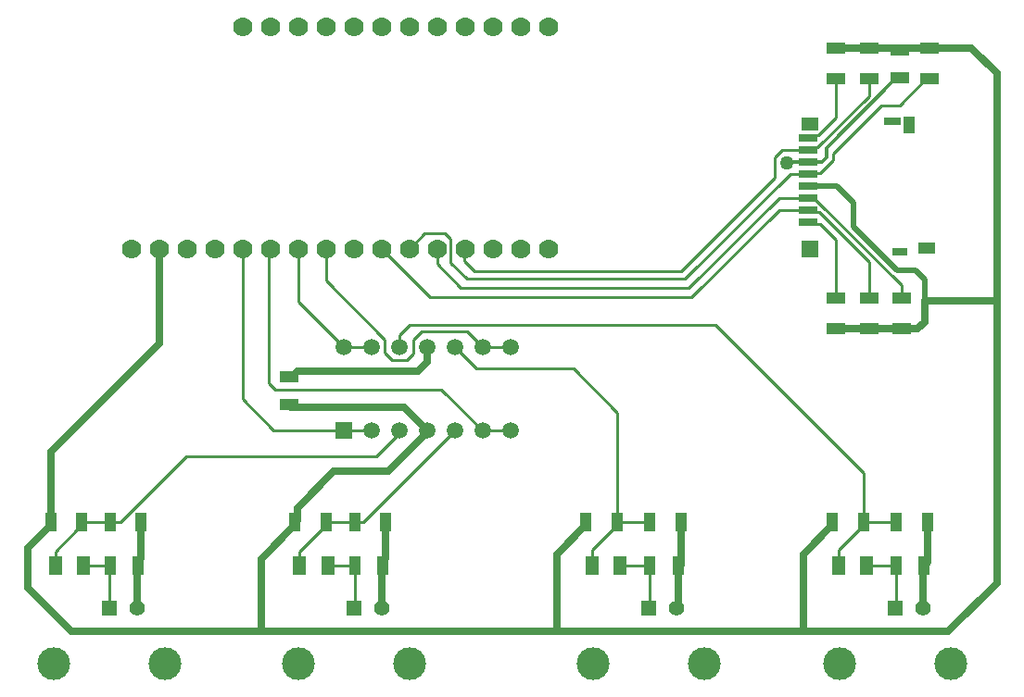
<source format=gtl>
G04*
G04 #@! TF.GenerationSoftware,Altium Limited,Altium Designer,25.1.2 (22)*
G04*
G04 Layer_Physical_Order=1*
G04 Layer_Color=255*
%FSLAX25Y25*%
%MOIN*%
G70*
G04*
G04 #@! TF.SameCoordinates,8C14AA3A-0FC9-406D-BE4B-2EB75CFADBCC*
G04*
G04*
G04 #@! TF.FilePolarity,Positive*
G04*
G01*
G75*
%ADD14C,0.01000*%
%ADD15R,0.04134X0.07087*%
%ADD16R,0.04166X0.06544*%
%ADD17R,0.04935X0.07103*%
%ADD18R,0.06693X0.04331*%
%ADD19R,0.03937X0.06102*%
%ADD20R,0.06102X0.03937*%
%ADD21R,0.05512X0.03150*%
%ADD22R,0.05906X0.03150*%
%ADD23R,0.05906X0.05118*%
%ADD24R,0.05906X0.05906*%
%ADD25R,0.06890X0.02756*%
%ADD26R,0.06544X0.04166*%
%ADD35C,0.02500*%
%ADD36C,0.02000*%
%ADD37C,0.01400*%
%ADD38C,0.07000*%
%ADD39R,0.05504X0.05504*%
%ADD40C,0.05504*%
%ADD41C,0.11811*%
%ADD42C,0.05906*%
%ADD43C,0.05000*%
D14*
X317717Y221969D02*
X327716D01*
X183701Y188976D02*
X187402D01*
X211024Y212598D01*
X279528D01*
X173571Y188976D02*
X183701D01*
X261524D02*
X274724D01*
X307716Y221969D01*
X366142Y200787D02*
Y228346D01*
X454724Y200787D02*
Y206693D01*
X291339Y259842D02*
X401575D01*
X454724Y206693D01*
Y188976D02*
Y200787D01*
X422680Y312837D02*
Y320219D01*
X389075Y279232D02*
X422680Y312837D01*
Y320219D02*
X425492Y323031D01*
X434842D01*
X314961Y279232D02*
X389075D01*
X311206Y282987D02*
X314961Y279232D01*
X428445Y314370D02*
X434842D01*
X312106Y276476D02*
X390551D01*
X428445Y314370D01*
X443799Y319183D02*
Y321654D01*
X461221Y339075D01*
X439202Y314585D02*
X443799Y319183D01*
X434842Y323031D02*
X435720Y323909D01*
X438279D01*
X461221Y339075D02*
X467807D01*
X436909Y305709D02*
X468504Y274114D01*
Y269685D02*
Y274114D01*
X434842Y305709D02*
X436909D01*
X424409D02*
X434842D01*
X240650Y239075D02*
Y286713D01*
Y239075D02*
X243012Y236713D01*
X240650Y286713D02*
X241339Y287402D01*
X243012Y236713D02*
X302972D01*
X424409Y301378D02*
X434842D01*
X298858Y269882D02*
X392913D01*
X424409Y301378D01*
X301339Y281831D02*
X309941Y273228D01*
X391929D01*
X424409Y305709D01*
X306299Y282283D02*
X312106Y276476D01*
X444882Y269685D02*
Y290453D01*
X439037Y296298D02*
X444882Y290453D01*
X435592Y296298D02*
X439037D01*
X434842Y297047D02*
X435592Y296298D01*
X435720Y300500D02*
X438870D01*
X456693Y269685D02*
Y282677D01*
X438870Y300500D02*
X456693Y282677D01*
X434842Y301378D02*
X435720Y300500D01*
X467807Y339075D02*
X477157Y348425D01*
X435057Y314585D02*
X439202D01*
X434842Y314370D02*
X435057Y314585D01*
X477157Y348425D02*
X478346D01*
X438279Y323909D02*
X456693Y342323D01*
Y348425D01*
X444882Y334566D02*
Y348425D01*
X438556Y328240D02*
X444882Y334566D01*
X434842Y327362D02*
X435720Y328240D01*
X438556D01*
X304134Y292913D02*
X306299Y290748D01*
Y282283D02*
Y290748D01*
X281339Y287402D02*
X298858Y269882D01*
X311206Y282987D02*
Y287268D01*
X311339Y287402D01*
X296850Y292913D02*
X304134D01*
X291339Y287402D02*
X296850Y292913D01*
X301339Y281831D02*
Y287402D01*
X445766Y178829D02*
X454724Y187787D01*
X445766Y173228D02*
Y178829D01*
X164016Y178280D02*
X171940Y186205D01*
X164016Y173228D02*
Y178280D01*
X279528Y212598D02*
X287717Y220787D01*
X231339Y233228D02*
X242598Y221969D01*
X267717D01*
X231339Y233228D02*
Y287402D01*
X261339Y275768D02*
Y287402D01*
Y275768D02*
X282579Y254528D01*
Y249902D02*
Y254528D01*
Y249902D02*
X285236Y247244D01*
X290453D01*
X292815Y249606D01*
X295768Y257480D02*
X312205D01*
X292815Y249606D02*
Y254528D01*
X295768Y257480D01*
X312205D02*
X317717Y251969D01*
X315591Y244094D02*
X350394D01*
X366142Y228346D01*
X307716Y251969D02*
X315591Y244094D01*
X317717Y251969D02*
X327716D01*
X251339Y268347D02*
Y287402D01*
Y268347D02*
X267717Y251969D01*
X277716D01*
X302972Y236713D02*
X317717Y221969D01*
X267717D02*
X277716D01*
X366142Y188976D02*
Y200787D01*
X287717Y256221D02*
X291339Y259842D01*
X287717Y251969D02*
Y256221D01*
Y220787D02*
Y221969D01*
X261524Y187787D02*
Y188976D01*
X259941Y186205D02*
X261524Y187787D01*
X259893Y186205D02*
X259941D01*
X251969Y178280D02*
X259893Y186205D01*
X251969Y173228D02*
Y178280D01*
X173571Y187787D02*
Y188976D01*
X171988Y186205D02*
X173571Y187787D01*
X171940Y186205D02*
X171988D01*
X357184Y178829D02*
X366142Y187787D01*
Y188976D01*
X357184Y173228D02*
Y178829D01*
X454724Y188976D02*
X466535D01*
X454724Y187787D02*
Y188976D01*
X455808Y173228D02*
X466535D01*
Y158110D02*
Y173228D01*
X466221Y157795D02*
X466535Y158110D01*
X366142Y188976D02*
X377953D01*
X367226Y173228D02*
X377953D01*
Y158110D02*
Y173228D01*
X377638Y157795D02*
X377953Y158110D01*
X262011Y173228D02*
X271654D01*
Y158110D02*
Y173228D01*
X271339Y157795D02*
X271654Y158110D01*
X174058Y173228D02*
X183701D01*
X183386Y172913D02*
X183701Y173228D01*
X183386Y157795D02*
Y172913D01*
D15*
X466535Y173228D02*
D03*
X476575D02*
D03*
X377953D02*
D03*
X387992D02*
D03*
X271654D02*
D03*
X281693D02*
D03*
X183701D02*
D03*
X193740D02*
D03*
D16*
X466535Y188976D02*
D03*
X477772D02*
D03*
X443488D02*
D03*
X454724D02*
D03*
X377953D02*
D03*
X389189D02*
D03*
X354906D02*
D03*
X366142D02*
D03*
X271654D02*
D03*
X282890D02*
D03*
X250287D02*
D03*
X261524D02*
D03*
X183701D02*
D03*
X194937D02*
D03*
X162335D02*
D03*
X173571D02*
D03*
D17*
X455808Y173228D02*
D03*
X445766D02*
D03*
X367226D02*
D03*
X357184D02*
D03*
X262011D02*
D03*
X251969D02*
D03*
X174058D02*
D03*
X164016D02*
D03*
D18*
X248031Y231102D02*
D03*
Y241339D02*
D03*
X467815Y359055D02*
D03*
Y348819D02*
D03*
D19*
X471161Y331988D02*
D03*
D20*
X477362Y287697D02*
D03*
D21*
X467815Y286122D02*
D03*
D22*
X465256Y333169D02*
D03*
D23*
X435335Y332087D02*
D03*
D24*
Y287402D02*
D03*
X267717Y221969D02*
D03*
D25*
X434842Y327362D02*
D03*
Y323031D02*
D03*
Y318701D02*
D03*
Y314370D02*
D03*
Y310039D02*
D03*
Y305709D02*
D03*
Y301378D02*
D03*
Y297047D02*
D03*
D26*
X444882Y258449D02*
D03*
Y269685D02*
D03*
X456693Y258449D02*
D03*
Y269685D02*
D03*
X468504Y258449D02*
D03*
Y269685D02*
D03*
X478346Y359661D02*
D03*
Y348425D02*
D03*
X444882Y359661D02*
D03*
Y348425D02*
D03*
X456693Y359661D02*
D03*
Y348425D02*
D03*
D35*
X388287Y172933D02*
G03*
X389075Y173721I0J787D01*
G01*
X389189Y188976D02*
G03*
X389075Y188862I0J-114D01*
G01*
X387638Y157795D02*
G03*
X388287Y158445I0J650D01*
G01*
X476575Y173228D02*
G03*
X477772Y174425I0J1197D01*
G01*
X476575Y173228D02*
G03*
X476221Y172874I0J-354D01*
G01*
X250287Y188976D02*
X251004Y189693D01*
Y193918D01*
X264173Y207087D01*
X283661D01*
X344488Y149606D02*
Y177370D01*
Y149606D02*
X433071D01*
X344488Y177370D02*
X354906Y187787D01*
X238189Y149606D02*
X344488D01*
X354906Y187787D02*
Y188976D01*
X169921Y149606D02*
X238189D01*
X154173Y179626D02*
X162335Y187787D01*
X154173Y165354D02*
Y179626D01*
Y165354D02*
X169921Y149606D01*
X162335Y187787D02*
Y188976D01*
X193563Y174528D02*
X194937Y175901D01*
Y188976D01*
X193563Y157973D02*
Y174528D01*
X193386Y157795D02*
X193563Y157973D01*
X281516D02*
Y174528D01*
X282890Y175901D01*
Y188976D01*
X281339Y157795D02*
X281516Y157973D01*
X389075Y173721D02*
Y188862D01*
X388287Y158445D02*
Y172933D01*
X477772Y174425D02*
Y188976D01*
X476221Y157795D02*
Y172874D01*
X162335Y188976D02*
Y214205D01*
X201339Y253209D01*
Y287402D01*
X456693Y359661D02*
X478346D01*
X238189Y149606D02*
Y175689D01*
X250287Y187787D01*
X433071Y149606D02*
X485236D01*
X502658Y167028D02*
Y268799D01*
X485236Y149606D02*
X502658Y167028D01*
X283661Y207087D02*
X297716Y221142D01*
X294390Y243209D02*
X297716Y246535D01*
X251083Y243209D02*
X294390D01*
X249213Y241339D02*
X251083Y243209D01*
X297716Y221142D02*
Y221969D01*
X250287Y187787D02*
Y190165D01*
X433071Y177370D02*
X443488Y187787D01*
X474197Y258449D02*
X476772Y261024D01*
X456693Y258449D02*
X468504D01*
X443488Y187787D02*
Y188976D01*
X502658Y268799D02*
Y350492D01*
X478346Y359661D02*
X493488D01*
X248031Y231102D02*
X248819Y230315D01*
X433071Y149606D02*
Y177370D01*
X493488Y359661D02*
X502658Y350492D01*
X468504Y258449D02*
X474197D01*
X476772Y268701D02*
X502559D01*
X476772Y261024D02*
Y268701D01*
X289370Y230315D02*
X297244Y222441D01*
X444882Y359661D02*
X456693D01*
X248819Y230315D02*
X289370D01*
X444882Y258449D02*
X456693D01*
X502559Y268701D02*
X502658Y268799D01*
X478346Y359661D02*
X478346Y359661D01*
X297716Y246535D02*
Y251969D01*
X248031Y241339D02*
X249213D01*
D36*
X473524Y279626D02*
X476772Y276378D01*
Y268701D02*
Y276378D01*
X466831Y279626D02*
X473524D01*
X451181Y295276D02*
X466831Y279626D01*
X451181Y295276D02*
Y304035D01*
X434842Y310039D02*
X445177D01*
X451181Y304035D01*
D37*
X434695Y318553D02*
X434842Y318701D01*
X427411Y318553D02*
X434695D01*
X427264Y318406D02*
X427411Y318553D01*
X434842Y318701D02*
X439862D01*
X441339Y320177D02*
Y323524D01*
X466634Y348819D01*
X439862Y318701D02*
X441339Y320177D01*
X466634Y348819D02*
X467815D01*
D38*
X191339Y287402D02*
D03*
X201339D02*
D03*
X211339D02*
D03*
X221339D02*
D03*
X341339D02*
D03*
X331339D02*
D03*
X321339D02*
D03*
X311339D02*
D03*
X301339D02*
D03*
X291339D02*
D03*
X281339D02*
D03*
X271339D02*
D03*
X261339D02*
D03*
X251339D02*
D03*
X241339D02*
D03*
X231339D02*
D03*
X341339Y367402D02*
D03*
X331339D02*
D03*
X321339D02*
D03*
X311339D02*
D03*
X301339D02*
D03*
X291339D02*
D03*
X281339D02*
D03*
X271339D02*
D03*
X261339D02*
D03*
X251339D02*
D03*
X241339D02*
D03*
X231339D02*
D03*
D39*
X466221Y157795D02*
D03*
X377638D02*
D03*
X271339D02*
D03*
X183386D02*
D03*
D40*
X476221D02*
D03*
X387638D02*
D03*
X281339D02*
D03*
X193386D02*
D03*
D41*
X446220Y137795D02*
D03*
X486221D02*
D03*
X357638D02*
D03*
X397638D02*
D03*
X251339D02*
D03*
X291339D02*
D03*
X163386D02*
D03*
X203386D02*
D03*
D42*
X327716Y251969D02*
D03*
X317717D02*
D03*
X307716D02*
D03*
X297716D02*
D03*
X287717D02*
D03*
X277716D02*
D03*
X267717D02*
D03*
X327716Y221969D02*
D03*
X317717D02*
D03*
X307716D02*
D03*
X297716D02*
D03*
X287717D02*
D03*
X277716D02*
D03*
D43*
X427264Y318406D02*
D03*
M02*

</source>
